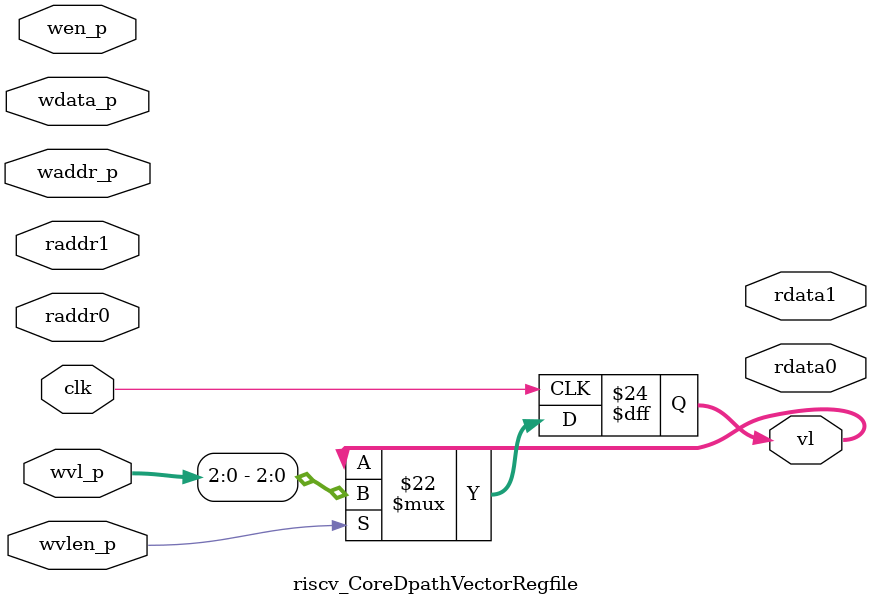
<source format=v>

`ifndef RISCV_CORE_DPATH_VECREGFILE_V
`define RISCV_CORE_DPATH_VECREGFILE_V

module riscv_CoreDpathVectorRegfile
(
  input         clk,
  input  [ 4:0] raddr0,  // Read 0 address (combinational input)
  output [255:0]rdata0,  // Read 0 vec (combinational on raddr)
  input  [ 4:0] raddr1,  // Read 1 address (combinational input)
  output [255:0]rdata1,  // Read 1 vec (combinational on raddr)
  input         wen_p,   // Write enable (sample on rising clk edge)
  input  [ 4:0] waddr_p, // Write address (sample on rising clk edge)
  input  [255:0]wdata_p,  // Write vec (sample on rising clk edge)
  input         wvlen_p,
  input  [31:0]  wvl_p,
  output [2:0]  vl
);

  // We use an array of 32 bit register for the regfile itself
  reg [255:0] registers[31:0];
  reg [2:0]   vl;

  // Combinational read ports
  assign rvec0 = registers[raddr0];
  assign rvec1 = registers[raddr1];

  // Write port is active only when wen is asserted
  always @( posedge clk )
  begin
    if ( wen_p && (waddr_p != 5'b0) )
      registers[waddr_p] <= wdata_p;
    if (wvlen_p)
      vl  <=  wvl_p[2:0];
  end

endmodule

`endif


</source>
